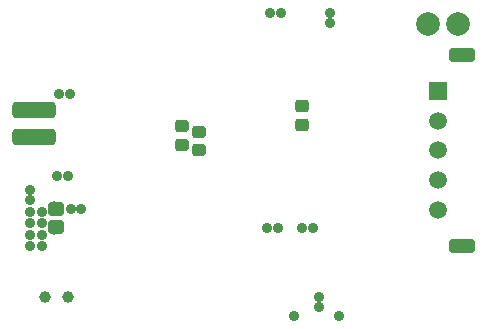
<source format=gbs>
%FSLAX44Y44*%
%MOMM*%
G71*
G01*
G75*
G04 Layer_Color=16711935*
G04:AMPARAMS|DCode=10|XSize=1.5mm|YSize=3mm|CornerRadius=0.375mm|HoleSize=0mm|Usage=FLASHONLY|Rotation=0.000|XOffset=0mm|YOffset=0mm|HoleType=Round|Shape=RoundedRectangle|*
%AMROUNDEDRECTD10*
21,1,1.5000,2.2500,0,0,0.0*
21,1,0.7500,3.0000,0,0,0.0*
1,1,0.7500,0.3750,-1.1250*
1,1,0.7500,-0.3750,-1.1250*
1,1,0.7500,-0.3750,1.1250*
1,1,0.7500,0.3750,1.1250*
%
%ADD10ROUNDEDRECTD10*%
%ADD11R,0.4000X1.4000*%
%ADD12R,1.8000X1.9000*%
G04:AMPARAMS|DCode=13|XSize=1mm|YSize=1.2mm|CornerRadius=0.165mm|HoleSize=0mm|Usage=FLASHONLY|Rotation=0.000|XOffset=0mm|YOffset=0mm|HoleType=Round|Shape=RoundedRectangle|*
%AMROUNDEDRECTD13*
21,1,1.0000,0.8700,0,0,0.0*
21,1,0.6700,1.2000,0,0,0.0*
1,1,0.3300,0.3350,-0.4350*
1,1,0.3300,-0.3350,-0.4350*
1,1,0.3300,-0.3350,0.4350*
1,1,0.3300,0.3350,0.4350*
%
%ADD13ROUNDEDRECTD13*%
G04:AMPARAMS|DCode=14|XSize=2.35mm|YSize=1.15mm|CornerRadius=0.3852mm|HoleSize=0mm|Usage=FLASHONLY|Rotation=180.000|XOffset=0mm|YOffset=0mm|HoleType=Round|Shape=RoundedRectangle|*
%AMROUNDEDRECTD14*
21,1,2.3500,0.3795,0,0,180.0*
21,1,1.5795,1.1500,0,0,180.0*
1,1,0.7705,-0.7897,0.1898*
1,1,0.7705,0.7897,0.1898*
1,1,0.7705,0.7897,-0.1898*
1,1,0.7705,-0.7897,-0.1898*
%
%ADD14ROUNDEDRECTD14*%
G04:AMPARAMS|DCode=15|XSize=1.3mm|YSize=1mm|CornerRadius=0.25mm|HoleSize=0mm|Usage=FLASHONLY|Rotation=180.000|XOffset=0mm|YOffset=0mm|HoleType=Round|Shape=RoundedRectangle|*
%AMROUNDEDRECTD15*
21,1,1.3000,0.5000,0,0,180.0*
21,1,0.8000,1.0000,0,0,180.0*
1,1,0.5000,-0.4000,0.2500*
1,1,0.5000,0.4000,0.2500*
1,1,0.5000,0.4000,-0.2500*
1,1,0.5000,-0.4000,-0.2500*
%
%ADD15ROUNDEDRECTD15*%
G04:AMPARAMS|DCode=16|XSize=2.5mm|YSize=1.15mm|CornerRadius=0.3852mm|HoleSize=0mm|Usage=FLASHONLY|Rotation=180.000|XOffset=0mm|YOffset=0mm|HoleType=Round|Shape=RoundedRectangle|*
%AMROUNDEDRECTD16*
21,1,2.5000,0.3795,0,0,180.0*
21,1,1.7295,1.1500,0,0,180.0*
1,1,0.7705,-0.8648,0.1898*
1,1,0.7705,0.8648,0.1898*
1,1,0.7705,0.8648,-0.1898*
1,1,0.7705,-0.8648,-0.1898*
%
%ADD16ROUNDEDRECTD16*%
%ADD17O,0.7000X2.5000*%
%ADD18O,2.5000X0.7000*%
%ADD19R,1.1000X1.1000*%
%ADD20R,4.0000X4.0000*%
%ADD21O,1.1000X0.4000*%
%ADD22O,0.4000X1.1000*%
G04:AMPARAMS|DCode=23|XSize=1.1mm|YSize=0.6mm|CornerRadius=0.201mm|HoleSize=0mm|Usage=FLASHONLY|Rotation=180.000|XOffset=0mm|YOffset=0mm|HoleType=Round|Shape=RoundedRectangle|*
%AMROUNDEDRECTD23*
21,1,1.1000,0.1980,0,0,180.0*
21,1,0.6980,0.6000,0,0,180.0*
1,1,0.4020,-0.3490,0.0990*
1,1,0.4020,0.3490,0.0990*
1,1,0.4020,0.3490,-0.0990*
1,1,0.4020,-0.3490,-0.0990*
%
%ADD23ROUNDEDRECTD23*%
G04:AMPARAMS|DCode=24|XSize=1mm|YSize=0.9mm|CornerRadius=0.198mm|HoleSize=0mm|Usage=FLASHONLY|Rotation=90.000|XOffset=0mm|YOffset=0mm|HoleType=Round|Shape=RoundedRectangle|*
%AMROUNDEDRECTD24*
21,1,1.0000,0.5040,0,0,90.0*
21,1,0.6040,0.9000,0,0,90.0*
1,1,0.3960,0.2520,0.3020*
1,1,0.3960,0.2520,-0.3020*
1,1,0.3960,-0.2520,-0.3020*
1,1,0.3960,-0.2520,0.3020*
%
%ADD24ROUNDEDRECTD24*%
G04:AMPARAMS|DCode=25|XSize=0.67mm|YSize=0.67mm|CornerRadius=0.1508mm|HoleSize=0mm|Usage=FLASHONLY|Rotation=180.000|XOffset=0mm|YOffset=0mm|HoleType=Round|Shape=RoundedRectangle|*
%AMROUNDEDRECTD25*
21,1,0.6700,0.3685,0,0,180.0*
21,1,0.3685,0.6700,0,0,180.0*
1,1,0.3015,-0.1843,0.1843*
1,1,0.3015,0.1843,0.1843*
1,1,0.3015,0.1843,-0.1843*
1,1,0.3015,-0.1843,-0.1843*
%
%ADD25ROUNDEDRECTD25*%
G04:AMPARAMS|DCode=26|XSize=0.67mm|YSize=0.67mm|CornerRadius=0.1508mm|HoleSize=0mm|Usage=FLASHONLY|Rotation=270.000|XOffset=0mm|YOffset=0mm|HoleType=Round|Shape=RoundedRectangle|*
%AMROUNDEDRECTD26*
21,1,0.6700,0.3685,0,0,270.0*
21,1,0.3685,0.6700,0,0,270.0*
1,1,0.3015,-0.1843,-0.1843*
1,1,0.3015,-0.1843,0.1843*
1,1,0.3015,0.1843,0.1843*
1,1,0.3015,0.1843,-0.1843*
%
%ADD26ROUNDEDRECTD26*%
G04:AMPARAMS|DCode=27|XSize=1.05mm|YSize=0.65mm|CornerRadius=0.2015mm|HoleSize=0mm|Usage=FLASHONLY|Rotation=90.000|XOffset=0mm|YOffset=0mm|HoleType=Round|Shape=RoundedRectangle|*
%AMROUNDEDRECTD27*
21,1,1.0500,0.2470,0,0,90.0*
21,1,0.6470,0.6500,0,0,90.0*
1,1,0.4030,0.1235,0.3235*
1,1,0.4030,0.1235,-0.3235*
1,1,0.4030,-0.1235,-0.3235*
1,1,0.4030,-0.1235,0.3235*
%
%ADD27ROUNDEDRECTD27*%
G04:AMPARAMS|DCode=28|XSize=0.65mm|YSize=0.5mm|CornerRadius=0.2mm|HoleSize=0mm|Usage=FLASHONLY|Rotation=270.000|XOffset=0mm|YOffset=0mm|HoleType=Round|Shape=RoundedRectangle|*
%AMROUNDEDRECTD28*
21,1,0.6500,0.1000,0,0,270.0*
21,1,0.2500,0.5000,0,0,270.0*
1,1,0.4000,-0.0500,-0.1250*
1,1,0.4000,-0.0500,0.1250*
1,1,0.4000,0.0500,0.1250*
1,1,0.4000,0.0500,-0.1250*
%
%ADD28ROUNDEDRECTD28*%
G04:AMPARAMS|DCode=29|XSize=0.62mm|YSize=0.62mm|CornerRadius=0.1488mm|HoleSize=0mm|Usage=FLASHONLY|Rotation=270.000|XOffset=0mm|YOffset=0mm|HoleType=Round|Shape=RoundedRectangle|*
%AMROUNDEDRECTD29*
21,1,0.6200,0.3224,0,0,270.0*
21,1,0.3224,0.6200,0,0,270.0*
1,1,0.2976,-0.1612,-0.1612*
1,1,0.2976,-0.1612,0.1612*
1,1,0.2976,0.1612,0.1612*
1,1,0.2976,0.1612,-0.1612*
%
%ADD29ROUNDEDRECTD29*%
G04:AMPARAMS|DCode=30|XSize=1mm|YSize=0.95mm|CornerRadius=0.1995mm|HoleSize=0mm|Usage=FLASHONLY|Rotation=0.000|XOffset=0mm|YOffset=0mm|HoleType=Round|Shape=RoundedRectangle|*
%AMROUNDEDRECTD30*
21,1,1.0000,0.5510,0,0,0.0*
21,1,0.6010,0.9500,0,0,0.0*
1,1,0.3990,0.3005,-0.2755*
1,1,0.3990,-0.3005,-0.2755*
1,1,0.3990,-0.3005,0.2755*
1,1,0.3990,0.3005,0.2755*
%
%ADD30ROUNDEDRECTD30*%
G04:AMPARAMS|DCode=31|XSize=1mm|YSize=0.95mm|CornerRadius=0.1995mm|HoleSize=0mm|Usage=FLASHONLY|Rotation=270.000|XOffset=0mm|YOffset=0mm|HoleType=Round|Shape=RoundedRectangle|*
%AMROUNDEDRECTD31*
21,1,1.0000,0.5510,0,0,270.0*
21,1,0.6010,0.9500,0,0,270.0*
1,1,0.3990,-0.2755,-0.3005*
1,1,0.3990,-0.2755,0.3005*
1,1,0.3990,0.2755,0.3005*
1,1,0.3990,0.2755,-0.3005*
%
%ADD31ROUNDEDRECTD31*%
G04:AMPARAMS|DCode=32|XSize=0.5mm|YSize=0.21mm|CornerRadius=0.0347mm|HoleSize=0mm|Usage=FLASHONLY|Rotation=180.000|XOffset=0mm|YOffset=0mm|HoleType=Round|Shape=RoundedRectangle|*
%AMROUNDEDRECTD32*
21,1,0.5000,0.1407,0,0,180.0*
21,1,0.4307,0.2100,0,0,180.0*
1,1,0.0693,-0.2154,0.0704*
1,1,0.0693,0.2154,0.0704*
1,1,0.0693,0.2154,-0.0704*
1,1,0.0693,-0.2154,-0.0704*
%
%ADD32ROUNDEDRECTD32*%
G04:AMPARAMS|DCode=33|XSize=0.3mm|YSize=0.65mm|CornerRadius=0.0495mm|HoleSize=0mm|Usage=FLASHONLY|Rotation=180.000|XOffset=0mm|YOffset=0mm|HoleType=Round|Shape=RoundedRectangle|*
%AMROUNDEDRECTD33*
21,1,0.3000,0.5510,0,0,180.0*
21,1,0.2010,0.6500,0,0,180.0*
1,1,0.0990,-0.1005,0.2755*
1,1,0.0990,0.1005,0.2755*
1,1,0.0990,0.1005,-0.2755*
1,1,0.0990,-0.1005,-0.2755*
%
%ADD33ROUNDEDRECTD33*%
G04:AMPARAMS|DCode=34|XSize=0.65mm|YSize=0.35mm|CornerRadius=0.0735mm|HoleSize=0mm|Usage=FLASHONLY|Rotation=270.000|XOffset=0mm|YOffset=0mm|HoleType=Round|Shape=RoundedRectangle|*
%AMROUNDEDRECTD34*
21,1,0.6500,0.2030,0,0,270.0*
21,1,0.5030,0.3500,0,0,270.0*
1,1,0.1470,-0.1015,-0.2515*
1,1,0.1470,-0.1015,0.2515*
1,1,0.1470,0.1015,0.2515*
1,1,0.1470,0.1015,-0.2515*
%
%ADD34ROUNDEDRECTD34*%
G04:AMPARAMS|DCode=35|XSize=0.3mm|YSize=0.25mm|CornerRadius=0.0525mm|HoleSize=0mm|Usage=FLASHONLY|Rotation=270.000|XOffset=0mm|YOffset=0mm|HoleType=Round|Shape=RoundedRectangle|*
%AMROUNDEDRECTD35*
21,1,0.3000,0.1450,0,0,270.0*
21,1,0.1950,0.2500,0,0,270.0*
1,1,0.1050,-0.0725,-0.0975*
1,1,0.1050,-0.0725,0.0975*
1,1,0.1050,0.0725,0.0975*
1,1,0.1050,0.0725,-0.0975*
%
%ADD35ROUNDEDRECTD35*%
%ADD36C,0.2500*%
%ADD37C,0.3500*%
%ADD38C,0.2000*%
%ADD39C,0.6000*%
%ADD40C,0.3000*%
%ADD41C,0.7000*%
%ADD42C,0.4000*%
%ADD43C,0.5000*%
%ADD44C,0.7000*%
%ADD45C,0.8000*%
G04:AMPARAMS|DCode=46|XSize=1.15mm|YSize=2.1mm|CornerRadius=0.2875mm|HoleSize=0mm|Usage=FLASHONLY|Rotation=90.000|XOffset=0mm|YOffset=0mm|HoleType=Round|Shape=RoundedRectangle|*
%AMROUNDEDRECTD46*
21,1,1.1500,1.5250,0,0,90.0*
21,1,0.5750,2.1000,0,0,90.0*
1,1,0.5750,0.7625,0.2875*
1,1,0.5750,0.7625,-0.2875*
1,1,0.5750,-0.7625,-0.2875*
1,1,0.5750,-0.7625,0.2875*
%
%ADD46ROUNDEDRECTD46*%
%ADD47C,1.8500*%
%ADD48R,1.3000X1.3000*%
%ADD49C,1.3000*%
%ADD50C,0.6000*%
G04:AMPARAMS|DCode=51|XSize=1mm|YSize=0.9mm|CornerRadius=0.198mm|HoleSize=0mm|Usage=FLASHONLY|Rotation=0.000|XOffset=0mm|YOffset=0mm|HoleType=Round|Shape=RoundedRectangle|*
%AMROUNDEDRECTD51*
21,1,1.0000,0.5040,0,0,0.0*
21,1,0.6040,0.9000,0,0,0.0*
1,1,0.3960,0.3020,-0.2520*
1,1,0.3960,-0.3020,-0.2520*
1,1,0.3960,-0.3020,0.2520*
1,1,0.3960,0.3020,0.2520*
%
%ADD51ROUNDEDRECTD51*%
G04:AMPARAMS|DCode=52|XSize=1mm|YSize=1.2mm|CornerRadius=0.165mm|HoleSize=0mm|Usage=FLASHONLY|Rotation=90.000|XOffset=0mm|YOffset=0mm|HoleType=Round|Shape=RoundedRectangle|*
%AMROUNDEDRECTD52*
21,1,1.0000,0.8700,0,0,90.0*
21,1,0.6700,1.2000,0,0,90.0*
1,1,0.3300,0.4350,0.3350*
1,1,0.3300,0.4350,-0.3350*
1,1,0.3300,-0.4350,-0.3350*
1,1,0.3300,-0.4350,0.3350*
%
%ADD52ROUNDEDRECTD52*%
G04:AMPARAMS|DCode=53|XSize=3.5mm|YSize=1.2mm|CornerRadius=0.198mm|HoleSize=0mm|Usage=FLASHONLY|Rotation=180.000|XOffset=0mm|YOffset=0mm|HoleType=Round|Shape=RoundedRectangle|*
%AMROUNDEDRECTD53*
21,1,3.5000,0.8040,0,0,180.0*
21,1,3.1040,1.2000,0,0,180.0*
1,1,0.3960,-1.5520,0.4020*
1,1,0.3960,1.5520,0.4020*
1,1,0.3960,1.5520,-0.4020*
1,1,0.3960,-1.5520,-0.4020*
%
%ADD53ROUNDEDRECTD53*%
G04:AMPARAMS|DCode=54|XSize=0.62mm|YSize=0.62mm|CornerRadius=0.1488mm|HoleSize=0mm|Usage=FLASHONLY|Rotation=0.000|XOffset=0mm|YOffset=0mm|HoleType=Round|Shape=RoundedRectangle|*
%AMROUNDEDRECTD54*
21,1,0.6200,0.3224,0,0,0.0*
21,1,0.3224,0.6200,0,0,0.0*
1,1,0.2976,0.1612,-0.1612*
1,1,0.2976,-0.1612,-0.1612*
1,1,0.2976,-0.1612,0.1612*
1,1,0.2976,0.1612,0.1612*
%
%ADD54ROUNDEDRECTD54*%
%ADD55C,0.2540*%
%ADD56C,0.1000*%
%ADD57C,0.0100*%
%ADD58C,0.1500*%
%ADD59C,0.0500*%
%ADD60R,2.1000X2.1000*%
G04:AMPARAMS|DCode=61|XSize=1.7032mm|YSize=3.2032mm|CornerRadius=0.4766mm|HoleSize=0mm|Usage=FLASHONLY|Rotation=0.000|XOffset=0mm|YOffset=0mm|HoleType=Round|Shape=RoundedRectangle|*
%AMROUNDEDRECTD61*
21,1,1.7032,2.2500,0,0,0.0*
21,1,0.7500,3.2032,0,0,0.0*
1,1,0.9532,0.3750,-1.1250*
1,1,0.9532,-0.3750,-1.1250*
1,1,0.9532,-0.3750,1.1250*
1,1,0.9532,0.3750,1.1250*
%
%ADD61ROUNDEDRECTD61*%
%ADD62R,0.6032X1.6032*%
%ADD63R,2.0032X2.1032*%
G04:AMPARAMS|DCode=64|XSize=1.15mm|YSize=1.35mm|CornerRadius=0.24mm|HoleSize=0mm|Usage=FLASHONLY|Rotation=0.000|XOffset=0mm|YOffset=0mm|HoleType=Round|Shape=RoundedRectangle|*
%AMROUNDEDRECTD64*
21,1,1.1500,0.8700,0,0,0.0*
21,1,0.6700,1.3500,0,0,0.0*
1,1,0.4800,0.3350,-0.4350*
1,1,0.4800,-0.3350,-0.4350*
1,1,0.4800,-0.3350,0.4350*
1,1,0.4800,0.3350,0.4350*
%
%ADD64ROUNDEDRECTD64*%
G04:AMPARAMS|DCode=65|XSize=2.45mm|YSize=1.25mm|CornerRadius=0.4353mm|HoleSize=0mm|Usage=FLASHONLY|Rotation=180.000|XOffset=0mm|YOffset=0mm|HoleType=Round|Shape=RoundedRectangle|*
%AMROUNDEDRECTD65*
21,1,2.4500,0.3795,0,0,180.0*
21,1,1.5795,1.2500,0,0,180.0*
1,1,0.8705,-0.7897,0.1898*
1,1,0.8705,0.7897,0.1898*
1,1,0.8705,0.7897,-0.1898*
1,1,0.8705,-0.7897,-0.1898*
%
%ADD65ROUNDEDRECTD65*%
G04:AMPARAMS|DCode=66|XSize=1.4mm|YSize=1.1mm|CornerRadius=0.3mm|HoleSize=0mm|Usage=FLASHONLY|Rotation=180.000|XOffset=0mm|YOffset=0mm|HoleType=Round|Shape=RoundedRectangle|*
%AMROUNDEDRECTD66*
21,1,1.4000,0.5000,0,0,180.0*
21,1,0.8000,1.1000,0,0,180.0*
1,1,0.6000,-0.4000,0.2500*
1,1,0.6000,0.4000,0.2500*
1,1,0.6000,0.4000,-0.2500*
1,1,0.6000,-0.4000,-0.2500*
%
%ADD66ROUNDEDRECTD66*%
G04:AMPARAMS|DCode=67|XSize=2.6mm|YSize=1.25mm|CornerRadius=0.4353mm|HoleSize=0mm|Usage=FLASHONLY|Rotation=180.000|XOffset=0mm|YOffset=0mm|HoleType=Round|Shape=RoundedRectangle|*
%AMROUNDEDRECTD67*
21,1,2.6000,0.3795,0,0,180.0*
21,1,1.7295,1.2500,0,0,180.0*
1,1,0.8705,-0.8648,0.1898*
1,1,0.8705,0.8648,0.1898*
1,1,0.8705,0.8648,-0.1898*
1,1,0.8705,-0.8648,-0.1898*
%
%ADD67ROUNDEDRECTD67*%
%ADD68O,0.9032X2.7032*%
%ADD69O,2.7032X0.9032*%
%ADD70R,1.3032X1.3032*%
%ADD71R,4.1000X4.1000*%
%ADD72O,1.2000X0.5000*%
%ADD73O,0.5000X1.2000*%
G04:AMPARAMS|DCode=74|XSize=1.25mm|YSize=0.75mm|CornerRadius=0.276mm|HoleSize=0mm|Usage=FLASHONLY|Rotation=180.000|XOffset=0mm|YOffset=0mm|HoleType=Round|Shape=RoundedRectangle|*
%AMROUNDEDRECTD74*
21,1,1.2500,0.1980,0,0,180.0*
21,1,0.6980,0.7500,0,0,180.0*
1,1,0.5520,-0.3490,0.0990*
1,1,0.5520,0.3490,0.0990*
1,1,0.5520,0.3490,-0.0990*
1,1,0.5520,-0.3490,-0.0990*
%
%ADD74ROUNDEDRECTD74*%
G04:AMPARAMS|DCode=75|XSize=1.15mm|YSize=1.05mm|CornerRadius=0.273mm|HoleSize=0mm|Usage=FLASHONLY|Rotation=90.000|XOffset=0mm|YOffset=0mm|HoleType=Round|Shape=RoundedRectangle|*
%AMROUNDEDRECTD75*
21,1,1.1500,0.5040,0,0,90.0*
21,1,0.6040,1.0500,0,0,90.0*
1,1,0.5460,0.2520,0.3020*
1,1,0.5460,0.2520,-0.3020*
1,1,0.5460,-0.2520,-0.3020*
1,1,0.5460,-0.2520,0.3020*
%
%ADD75ROUNDEDRECTD75*%
G04:AMPARAMS|DCode=76|XSize=0.77mm|YSize=0.77mm|CornerRadius=0.2008mm|HoleSize=0mm|Usage=FLASHONLY|Rotation=180.000|XOffset=0mm|YOffset=0mm|HoleType=Round|Shape=RoundedRectangle|*
%AMROUNDEDRECTD76*
21,1,0.7700,0.3685,0,0,180.0*
21,1,0.3685,0.7700,0,0,180.0*
1,1,0.4015,-0.1843,0.1843*
1,1,0.4015,0.1843,0.1843*
1,1,0.4015,0.1843,-0.1843*
1,1,0.4015,-0.1843,-0.1843*
%
%ADD76ROUNDEDRECTD76*%
G04:AMPARAMS|DCode=77|XSize=0.77mm|YSize=0.77mm|CornerRadius=0.2008mm|HoleSize=0mm|Usage=FLASHONLY|Rotation=270.000|XOffset=0mm|YOffset=0mm|HoleType=Round|Shape=RoundedRectangle|*
%AMROUNDEDRECTD77*
21,1,0.7700,0.3685,0,0,270.0*
21,1,0.3685,0.7700,0,0,270.0*
1,1,0.4015,-0.1843,-0.1843*
1,1,0.4015,-0.1843,0.1843*
1,1,0.4015,0.1843,0.1843*
1,1,0.4015,0.1843,-0.1843*
%
%ADD77ROUNDEDRECTD77*%
G04:AMPARAMS|DCode=78|XSize=1.2mm|YSize=0.8mm|CornerRadius=0.2765mm|HoleSize=0mm|Usage=FLASHONLY|Rotation=90.000|XOffset=0mm|YOffset=0mm|HoleType=Round|Shape=RoundedRectangle|*
%AMROUNDEDRECTD78*
21,1,1.2000,0.2470,0,0,90.0*
21,1,0.6470,0.8000,0,0,90.0*
1,1,0.5530,0.1235,0.3235*
1,1,0.5530,0.1235,-0.3235*
1,1,0.5530,-0.1235,-0.3235*
1,1,0.5530,-0.1235,0.3235*
%
%ADD78ROUNDEDRECTD78*%
G04:AMPARAMS|DCode=79|XSize=0.8mm|YSize=0.65mm|CornerRadius=0.275mm|HoleSize=0mm|Usage=FLASHONLY|Rotation=270.000|XOffset=0mm|YOffset=0mm|HoleType=Round|Shape=RoundedRectangle|*
%AMROUNDEDRECTD79*
21,1,0.8000,0.1000,0,0,270.0*
21,1,0.2500,0.6500,0,0,270.0*
1,1,0.5500,-0.0500,-0.1250*
1,1,0.5500,-0.0500,0.1250*
1,1,0.5500,0.0500,0.1250*
1,1,0.5500,0.0500,-0.1250*
%
%ADD79ROUNDEDRECTD79*%
G04:AMPARAMS|DCode=80|XSize=0.77mm|YSize=0.77mm|CornerRadius=0.2238mm|HoleSize=0mm|Usage=FLASHONLY|Rotation=270.000|XOffset=0mm|YOffset=0mm|HoleType=Round|Shape=RoundedRectangle|*
%AMROUNDEDRECTD80*
21,1,0.7700,0.3224,0,0,270.0*
21,1,0.3224,0.7700,0,0,270.0*
1,1,0.4476,-0.1612,-0.1612*
1,1,0.4476,-0.1612,0.1612*
1,1,0.4476,0.1612,0.1612*
1,1,0.4476,0.1612,-0.1612*
%
%ADD80ROUNDEDRECTD80*%
G04:AMPARAMS|DCode=81|XSize=1.15mm|YSize=1.1mm|CornerRadius=0.2745mm|HoleSize=0mm|Usage=FLASHONLY|Rotation=0.000|XOffset=0mm|YOffset=0mm|HoleType=Round|Shape=RoundedRectangle|*
%AMROUNDEDRECTD81*
21,1,1.1500,0.5510,0,0,0.0*
21,1,0.6010,1.1000,0,0,0.0*
1,1,0.5490,0.3005,-0.2755*
1,1,0.5490,-0.3005,-0.2755*
1,1,0.5490,-0.3005,0.2755*
1,1,0.5490,0.3005,0.2755*
%
%ADD81ROUNDEDRECTD81*%
G04:AMPARAMS|DCode=82|XSize=1.15mm|YSize=1.1mm|CornerRadius=0.2745mm|HoleSize=0mm|Usage=FLASHONLY|Rotation=270.000|XOffset=0mm|YOffset=0mm|HoleType=Round|Shape=RoundedRectangle|*
%AMROUNDEDRECTD82*
21,1,1.1500,0.5510,0,0,270.0*
21,1,0.6010,1.1000,0,0,270.0*
1,1,0.5490,-0.2755,-0.3005*
1,1,0.5490,-0.2755,0.3005*
1,1,0.5490,0.2755,0.3005*
1,1,0.5490,0.2755,-0.3005*
%
%ADD82ROUNDEDRECTD82*%
G04:AMPARAMS|DCode=83|XSize=0.65mm|YSize=0.36mm|CornerRadius=0.1097mm|HoleSize=0mm|Usage=FLASHONLY|Rotation=180.000|XOffset=0mm|YOffset=0mm|HoleType=Round|Shape=RoundedRectangle|*
%AMROUNDEDRECTD83*
21,1,0.6500,0.1407,0,0,180.0*
21,1,0.4307,0.3600,0,0,180.0*
1,1,0.2193,-0.2154,0.0704*
1,1,0.2193,0.2154,0.0704*
1,1,0.2193,0.2154,-0.0704*
1,1,0.2193,-0.2154,-0.0704*
%
%ADD83ROUNDEDRECTD83*%
G04:AMPARAMS|DCode=84|XSize=0.45mm|YSize=0.8mm|CornerRadius=0.1245mm|HoleSize=0mm|Usage=FLASHONLY|Rotation=180.000|XOffset=0mm|YOffset=0mm|HoleType=Round|Shape=RoundedRectangle|*
%AMROUNDEDRECTD84*
21,1,0.4500,0.5510,0,0,180.0*
21,1,0.2010,0.8000,0,0,180.0*
1,1,0.2490,-0.1005,0.2755*
1,1,0.2490,0.1005,0.2755*
1,1,0.2490,0.1005,-0.2755*
1,1,0.2490,-0.1005,-0.2755*
%
%ADD84ROUNDEDRECTD84*%
G04:AMPARAMS|DCode=85|XSize=0.8mm|YSize=0.5mm|CornerRadius=0.1485mm|HoleSize=0mm|Usage=FLASHONLY|Rotation=270.000|XOffset=0mm|YOffset=0mm|HoleType=Round|Shape=RoundedRectangle|*
%AMROUNDEDRECTD85*
21,1,0.8000,0.2030,0,0,270.0*
21,1,0.5030,0.5000,0,0,270.0*
1,1,0.2970,-0.1015,-0.2515*
1,1,0.2970,-0.1015,0.2515*
1,1,0.2970,0.1015,0.2515*
1,1,0.2970,0.1015,-0.2515*
%
%ADD85ROUNDEDRECTD85*%
G04:AMPARAMS|DCode=86|XSize=0.45mm|YSize=0.4mm|CornerRadius=0.1275mm|HoleSize=0mm|Usage=FLASHONLY|Rotation=270.000|XOffset=0mm|YOffset=0mm|HoleType=Round|Shape=RoundedRectangle|*
%AMROUNDEDRECTD86*
21,1,0.4500,0.1450,0,0,270.0*
21,1,0.1950,0.4000,0,0,270.0*
1,1,0.2550,-0.0725,-0.0975*
1,1,0.2550,-0.0725,0.0975*
1,1,0.2550,0.0725,0.0975*
1,1,0.2550,0.0725,-0.0975*
%
%ADD86ROUNDEDRECTD86*%
%ADD87C,0.9032*%
%ADD88C,1.0032*%
G04:AMPARAMS|DCode=89|XSize=1.25mm|YSize=2.2mm|CornerRadius=0.3375mm|HoleSize=0mm|Usage=FLASHONLY|Rotation=90.000|XOffset=0mm|YOffset=0mm|HoleType=Round|Shape=RoundedRectangle|*
%AMROUNDEDRECTD89*
21,1,1.2500,1.5250,0,0,90.0*
21,1,0.5750,2.2000,0,0,90.0*
1,1,0.6750,0.7625,0.2875*
1,1,0.6750,0.7625,-0.2875*
1,1,0.6750,-0.7625,-0.2875*
1,1,0.6750,-0.7625,0.2875*
%
%ADD89ROUNDEDRECTD89*%
%ADD90C,2.0000*%
%ADD91R,1.5032X1.5032*%
%ADD92C,1.5032*%
G04:AMPARAMS|DCode=93|XSize=1.15mm|YSize=1.05mm|CornerRadius=0.273mm|HoleSize=0mm|Usage=FLASHONLY|Rotation=0.000|XOffset=0mm|YOffset=0mm|HoleType=Round|Shape=RoundedRectangle|*
%AMROUNDEDRECTD93*
21,1,1.1500,0.5040,0,0,0.0*
21,1,0.6040,1.0500,0,0,0.0*
1,1,0.5460,0.3020,-0.2520*
1,1,0.5460,-0.3020,-0.2520*
1,1,0.5460,-0.3020,0.2520*
1,1,0.5460,0.3020,0.2520*
%
%ADD93ROUNDEDRECTD93*%
G04:AMPARAMS|DCode=94|XSize=1.15mm|YSize=1.35mm|CornerRadius=0.24mm|HoleSize=0mm|Usage=FLASHONLY|Rotation=90.000|XOffset=0mm|YOffset=0mm|HoleType=Round|Shape=RoundedRectangle|*
%AMROUNDEDRECTD94*
21,1,1.1500,0.8700,0,0,90.0*
21,1,0.6700,1.3500,0,0,90.0*
1,1,0.4800,0.4350,0.3350*
1,1,0.4800,0.4350,-0.3350*
1,1,0.4800,-0.4350,-0.3350*
1,1,0.4800,-0.4350,0.3350*
%
%ADD94ROUNDEDRECTD94*%
G04:AMPARAMS|DCode=95|XSize=3.65mm|YSize=1.35mm|CornerRadius=0.273mm|HoleSize=0mm|Usage=FLASHONLY|Rotation=180.000|XOffset=0mm|YOffset=0mm|HoleType=Round|Shape=RoundedRectangle|*
%AMROUNDEDRECTD95*
21,1,3.6500,0.8040,0,0,180.0*
21,1,3.1040,1.3500,0,0,180.0*
1,1,0.5460,-1.5520,0.4020*
1,1,0.5460,1.5520,0.4020*
1,1,0.5460,1.5520,-0.4020*
1,1,0.5460,-1.5520,-0.4020*
%
%ADD95ROUNDEDRECTD95*%
G04:AMPARAMS|DCode=96|XSize=0.77mm|YSize=0.77mm|CornerRadius=0.2238mm|HoleSize=0mm|Usage=FLASHONLY|Rotation=0.000|XOffset=0mm|YOffset=0mm|HoleType=Round|Shape=RoundedRectangle|*
%AMROUNDEDRECTD96*
21,1,0.7700,0.3224,0,0,0.0*
21,1,0.3224,0.7700,0,0,0.0*
1,1,0.4476,0.1612,-0.1612*
1,1,0.4476,-0.1612,-0.1612*
1,1,0.4476,-0.1612,0.1612*
1,1,0.4476,0.1612,0.1612*
%
%ADD96ROUNDEDRECTD96*%
D76*
X43900Y153000D02*
D03*
X52700D02*
D03*
X54100Y223000D02*
D03*
X45300D02*
D03*
X232900Y291500D02*
D03*
X224100D02*
D03*
X260150Y109250D02*
D03*
X251350D02*
D03*
X221507D02*
D03*
X230307D02*
D03*
D77*
X275000Y291400D02*
D03*
Y282600D02*
D03*
X265000Y42100D02*
D03*
Y50900D02*
D03*
D80*
X55000Y125500D02*
D03*
X64000D02*
D03*
D81*
X251250Y196250D02*
D03*
Y212250D02*
D03*
D87*
X282000Y35000D02*
D03*
X244000D02*
D03*
D88*
X33500Y51000D02*
D03*
X52500D02*
D03*
X40750Y108500D02*
D03*
Y127500D02*
D03*
D89*
X386000Y255700D02*
D03*
Y94300D02*
D03*
D90*
X382700Y282000D02*
D03*
X357300D02*
D03*
D91*
X366300Y225750D02*
D03*
D92*
Y200250D02*
D03*
Y175250D02*
D03*
Y149750D02*
D03*
Y124250D02*
D03*
D93*
X164000Y191000D02*
D03*
Y175000D02*
D03*
X149000Y179500D02*
D03*
Y195500D02*
D03*
D94*
X42750Y110500D02*
D03*
Y125500D02*
D03*
D95*
X23750Y186750D02*
D03*
Y209250D02*
D03*
D96*
X20500Y94250D02*
D03*
Y103250D02*
D03*
X30750Y94250D02*
D03*
Y103250D02*
D03*
X20500Y113500D02*
D03*
Y122500D02*
D03*
X30750Y113500D02*
D03*
Y122500D02*
D03*
X20500Y132750D02*
D03*
Y141750D02*
D03*
M02*

</source>
